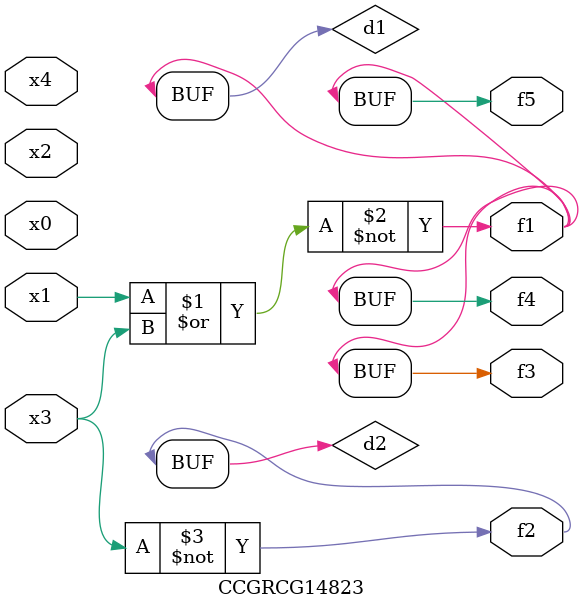
<source format=v>
module CCGRCG14823(
	input x0, x1, x2, x3, x4,
	output f1, f2, f3, f4, f5
);

	wire d1, d2;

	nor (d1, x1, x3);
	not (d2, x3);
	assign f1 = d1;
	assign f2 = d2;
	assign f3 = d1;
	assign f4 = d1;
	assign f5 = d1;
endmodule

</source>
